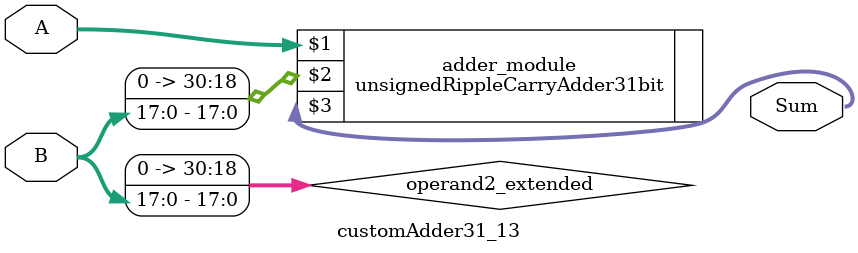
<source format=v>

module customAdder31_13(
                    input [30 : 0] A,
                    input [17 : 0] B,
                    
                    output [31 : 0] Sum
            );

    wire [30 : 0] operand2_extended;
    
    assign operand2_extended =  {13'b0, B};
    
    unsignedRippleCarryAdder31bit adder_module(
        A,
        operand2_extended,
        Sum
    );
    
endmodule
        
</source>
